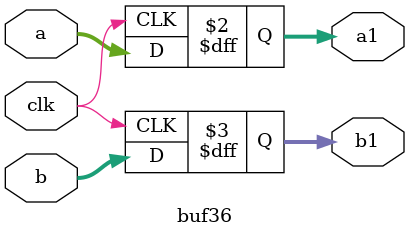
<source format=v>
`timescale 1ns / 1ps
module buf36(
    input [35:0] a,
    input [35:0] b,
    input clk,
    output reg [35:0] a1,
    output reg [35:0] b1
    );

always @(posedge clk) begin
a1<=a;
b1<=b;
end

endmodule

</source>
